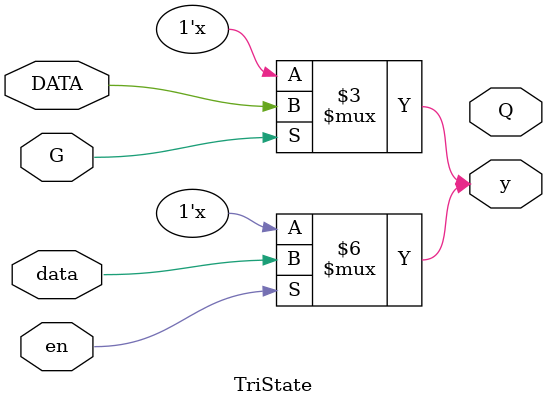
<source format=v>
module TriState(y,en,data,Q,G,DATA);
 output y,Q;
 input en,data,G,DATA;
 reg y,Q;
 always @(en or data)
   if(en)
     y = data;
   else
     y = 1'bz;
 always @(G or DATA)
   if(G)
     y <= DATA;
endmodule


</source>
